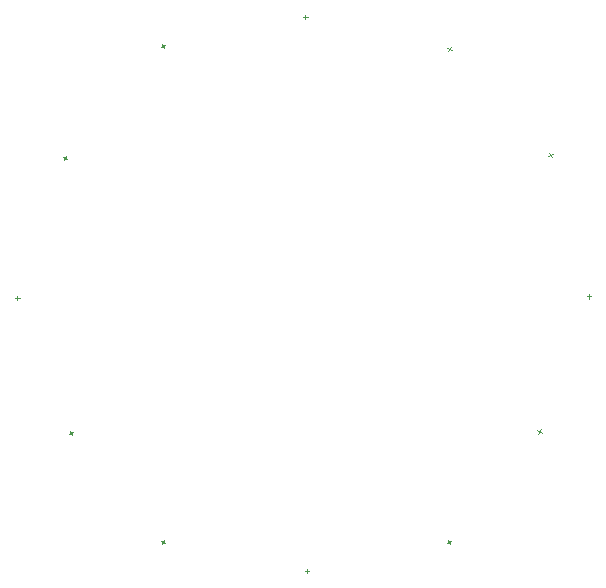
<source format=gm1>
%FSTAX23Y23*%
%MOIN*%
%SFA1B1*%

%IPPOS*%
%ADD39C,0.003940*%
%LNnatal-1*%
%LPD*%
G54D39*
X02488Y03536D02*
X02501Y03543D01*
X02491Y03546D02*
X02498Y03533D01*
X02962Y03636D02*
X02977D01*
X0297Y03628D02*
Y03643D01*
X03443Y03534D02*
X03457Y03526D01*
X03446Y03523D02*
X03454Y03537D01*
X02166Y03158D02*
X02173Y03171D01*
X02163Y03168D02*
X02176Y03161D01*
X0201Y02692D02*
Y02707D01*
X02002Y027D02*
X02017D01*
X03783Y03182D02*
X03791Y03168D01*
X0378Y03171D02*
X03794Y03179D01*
X02185Y02256D02*
X02193Y02242D01*
X02182Y02245D02*
X02196Y02253D01*
X03916Y02697D02*
Y02712D01*
X03908Y02705D02*
X03923D01*
X02488Y01888D02*
X02501Y01881D01*
X02491Y01878D02*
X02498Y01891D01*
X03746Y02247D02*
X03754Y02261D01*
X03743Y02258D02*
X03757Y0225D01*
X02967Y01788D02*
X02982D01*
X02975Y01781D02*
Y01796D01*
X03442Y01881D02*
X03456Y01889D01*
X03445Y01892D02*
X03453Y01878D01*
M02*
</source>
